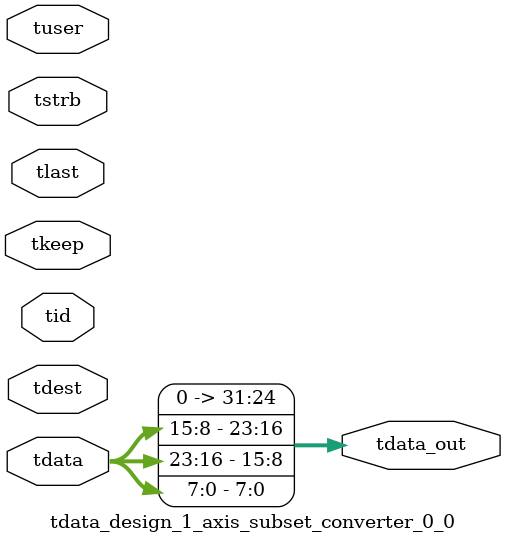
<source format=v>


`timescale 1ps/1ps

module tdata_design_1_axis_subset_converter_0_0 #
(
parameter C_S_AXIS_TDATA_WIDTH = 32,
parameter C_S_AXIS_TUSER_WIDTH = 0,
parameter C_S_AXIS_TID_WIDTH   = 0,
parameter C_S_AXIS_TDEST_WIDTH = 0,
parameter C_M_AXIS_TDATA_WIDTH = 32
)
(
input  [(C_S_AXIS_TDATA_WIDTH == 0 ? 1 : C_S_AXIS_TDATA_WIDTH)-1:0     ] tdata,
input  [(C_S_AXIS_TUSER_WIDTH == 0 ? 1 : C_S_AXIS_TUSER_WIDTH)-1:0     ] tuser,
input  [(C_S_AXIS_TID_WIDTH   == 0 ? 1 : C_S_AXIS_TID_WIDTH)-1:0       ] tid,
input  [(C_S_AXIS_TDEST_WIDTH == 0 ? 1 : C_S_AXIS_TDEST_WIDTH)-1:0     ] tdest,
input  [(C_S_AXIS_TDATA_WIDTH/8)-1:0 ] tkeep,
input  [(C_S_AXIS_TDATA_WIDTH/8)-1:0 ] tstrb,
input                                                                    tlast,
output [C_M_AXIS_TDATA_WIDTH-1:0] tdata_out
);

assign tdata_out = {tdata[15:8],tdata[23:16],tdata[7:0]};

endmodule


</source>
